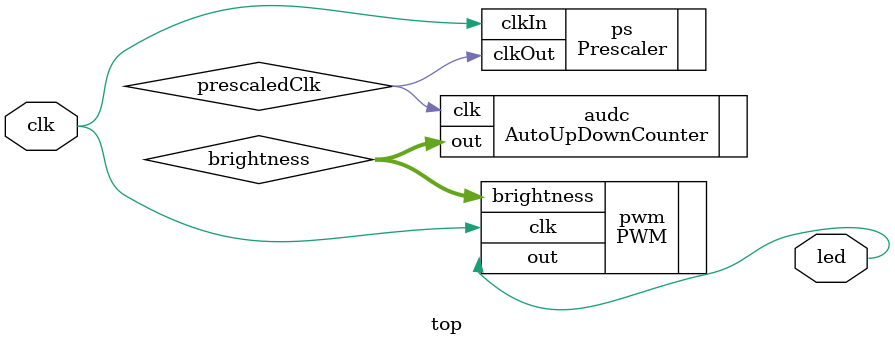
<source format=v>
`include "PWM.v"
`include "Prescaler.v"
`include "AutoUpDownCounter.v"

module top (
    input  wire clk,
    output wire led
);

    wire[4:0] brightness;
    wire prescaledClk;

    PWM #(.BITS(5)) pwm(
        .clk(clk),
        .brightness(brightness),
        .out(led)
    );

    Prescaler #(.BITS(18)) ps(
        .clkIn(clk),
        .clkOut(prescaledClk)
    );

    AutoUpDownCounter #(.BITS(5)) audc(
        .clk(prescaledClk),
        .out(brightness)
    );

endmodule

</source>
